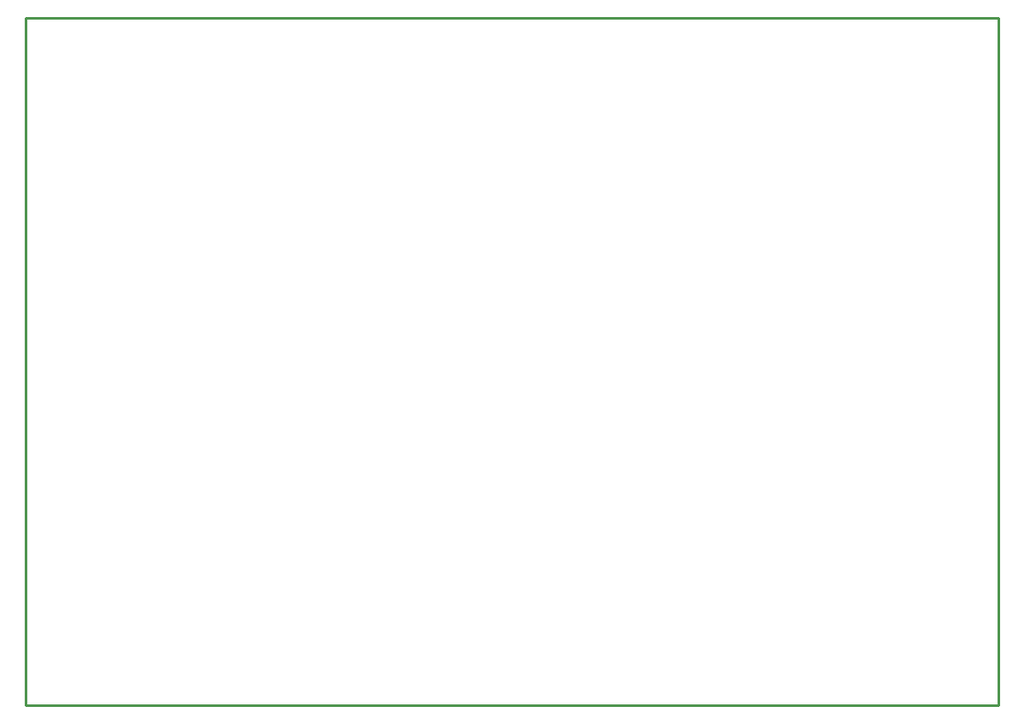
<source format=gbr>
G04 EAGLE Gerber RS-274X export*
G75*
%MOMM*%
%FSLAX34Y34*%
%LPD*%
%IN*%
%IPPOS*%
%AMOC8*
5,1,8,0,0,1.08239X$1,22.5*%
G01*
%ADD10C,0.254000*%


D10*
X-25400Y-25400D02*
X939600Y-25400D01*
X939600Y657100D01*
X-25400Y657100D01*
X-25400Y-25400D01*
M02*

</source>
